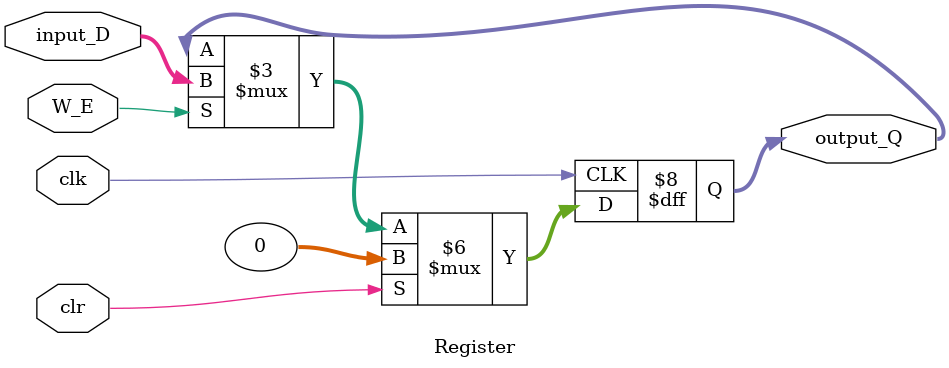
<source format=v>
module Register(
	input wire clk,
	input wire clr, 
	input wire W_E,
	
	input wire[31:0] input_D,
	output reg[31:0] output_Q
);

initial output_Q = 32'b0;

always @(posedge clk) begin
	if (clr) begin
		output_Q <= 32'b0;
	end 
	else if (W_E) begin
		output_Q <= input_D;
	end
end

endmodule

</source>
